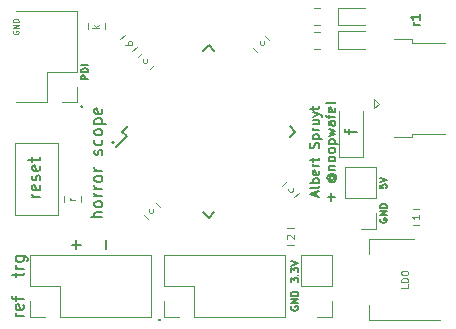
<source format=gbr>
G04 #@! TF.GenerationSoftware,KiCad,Pcbnew,5.0.0+dfsg1-2*
G04 #@! TF.CreationDate,2018-12-16T11:08:53+01:00*
G04 #@! TF.ProjectId,xmegatest,786D656761746573742E6B696361645F,rev?*
G04 #@! TF.SameCoordinates,Original*
G04 #@! TF.FileFunction,Legend,Top*
G04 #@! TF.FilePolarity,Positive*
%FSLAX46Y46*%
G04 Gerber Fmt 4.6, Leading zero omitted, Abs format (unit mm)*
G04 Created by KiCad (PCBNEW 5.0.0+dfsg1-2) date Sun Dec 16 11:08:53 2018*
%MOMM*%
%LPD*%
G01*
G04 APERTURE LIST*
%ADD10C,0.150000*%
%ADD11C,0.125000*%
%ADD12C,0.120000*%
G04 APERTURE END LIST*
D10*
X182084333Y-141883928D02*
X182084333Y-141502976D01*
X182312904Y-141960119D02*
X181512904Y-141693452D01*
X182312904Y-141426785D01*
X182312904Y-141045833D02*
X182274809Y-141122023D01*
X182198619Y-141160119D01*
X181512904Y-141160119D01*
X182312904Y-140741071D02*
X181512904Y-140741071D01*
X181817666Y-140741071D02*
X181779571Y-140664880D01*
X181779571Y-140512500D01*
X181817666Y-140436309D01*
X181855761Y-140398214D01*
X181931952Y-140360119D01*
X182160523Y-140360119D01*
X182236714Y-140398214D01*
X182274809Y-140436309D01*
X182312904Y-140512500D01*
X182312904Y-140664880D01*
X182274809Y-140741071D01*
X182274809Y-139712500D02*
X182312904Y-139788690D01*
X182312904Y-139941071D01*
X182274809Y-140017261D01*
X182198619Y-140055357D01*
X181893857Y-140055357D01*
X181817666Y-140017261D01*
X181779571Y-139941071D01*
X181779571Y-139788690D01*
X181817666Y-139712500D01*
X181893857Y-139674404D01*
X181970047Y-139674404D01*
X182046238Y-140055357D01*
X182312904Y-139331547D02*
X181779571Y-139331547D01*
X181931952Y-139331547D02*
X181855761Y-139293452D01*
X181817666Y-139255357D01*
X181779571Y-139179166D01*
X181779571Y-139102976D01*
X181779571Y-138950595D02*
X181779571Y-138645833D01*
X181512904Y-138836309D02*
X182198619Y-138836309D01*
X182274809Y-138798214D01*
X182312904Y-138722023D01*
X182312904Y-138645833D01*
X182274809Y-137807738D02*
X182312904Y-137693452D01*
X182312904Y-137502976D01*
X182274809Y-137426785D01*
X182236714Y-137388690D01*
X182160523Y-137350595D01*
X182084333Y-137350595D01*
X182008142Y-137388690D01*
X181970047Y-137426785D01*
X181931952Y-137502976D01*
X181893857Y-137655357D01*
X181855761Y-137731547D01*
X181817666Y-137769642D01*
X181741476Y-137807738D01*
X181665285Y-137807738D01*
X181589095Y-137769642D01*
X181551000Y-137731547D01*
X181512904Y-137655357D01*
X181512904Y-137464880D01*
X181551000Y-137350595D01*
X181779571Y-137007738D02*
X182579571Y-137007738D01*
X181817666Y-137007738D02*
X181779571Y-136931547D01*
X181779571Y-136779166D01*
X181817666Y-136702976D01*
X181855761Y-136664880D01*
X181931952Y-136626785D01*
X182160523Y-136626785D01*
X182236714Y-136664880D01*
X182274809Y-136702976D01*
X182312904Y-136779166D01*
X182312904Y-136931547D01*
X182274809Y-137007738D01*
X182312904Y-136283928D02*
X181779571Y-136283928D01*
X181931952Y-136283928D02*
X181855761Y-136245833D01*
X181817666Y-136207738D01*
X181779571Y-136131547D01*
X181779571Y-136055357D01*
X181779571Y-135445833D02*
X182312904Y-135445833D01*
X181779571Y-135788690D02*
X182198619Y-135788690D01*
X182274809Y-135750595D01*
X182312904Y-135674404D01*
X182312904Y-135560119D01*
X182274809Y-135483928D01*
X182236714Y-135445833D01*
X181779571Y-135141071D02*
X182312904Y-134950595D01*
X181779571Y-134760119D02*
X182312904Y-134950595D01*
X182503380Y-135026785D01*
X182541476Y-135064880D01*
X182579571Y-135141071D01*
X181779571Y-134569642D02*
X181779571Y-134264880D01*
X181512904Y-134455357D02*
X182198619Y-134455357D01*
X182274809Y-134417261D01*
X182312904Y-134341071D01*
X182312904Y-134264880D01*
X183358142Y-142245833D02*
X183358142Y-141636309D01*
X183662904Y-141941071D02*
X183053380Y-141941071D01*
X183281952Y-140150595D02*
X183243857Y-140188690D01*
X183205761Y-140264880D01*
X183205761Y-140341071D01*
X183243857Y-140417261D01*
X183281952Y-140455357D01*
X183358142Y-140493452D01*
X183434333Y-140493452D01*
X183510523Y-140455357D01*
X183548619Y-140417261D01*
X183586714Y-140341071D01*
X183586714Y-140264880D01*
X183548619Y-140188690D01*
X183510523Y-140150595D01*
X183205761Y-140150595D02*
X183510523Y-140150595D01*
X183548619Y-140112500D01*
X183548619Y-140074404D01*
X183510523Y-139998214D01*
X183434333Y-139960119D01*
X183243857Y-139960119D01*
X183129571Y-140036309D01*
X183053380Y-140150595D01*
X183015285Y-140302976D01*
X183053380Y-140455357D01*
X183129571Y-140569642D01*
X183243857Y-140645833D01*
X183396238Y-140683928D01*
X183548619Y-140645833D01*
X183662904Y-140569642D01*
X183739095Y-140455357D01*
X183777190Y-140302976D01*
X183739095Y-140150595D01*
X183662904Y-140036309D01*
X183129571Y-139617261D02*
X183662904Y-139617261D01*
X183205761Y-139617261D02*
X183167666Y-139579166D01*
X183129571Y-139502976D01*
X183129571Y-139388690D01*
X183167666Y-139312500D01*
X183243857Y-139274404D01*
X183662904Y-139274404D01*
X183662904Y-138779166D02*
X183624809Y-138855357D01*
X183586714Y-138893452D01*
X183510523Y-138931547D01*
X183281952Y-138931547D01*
X183205761Y-138893452D01*
X183167666Y-138855357D01*
X183129571Y-138779166D01*
X183129571Y-138664880D01*
X183167666Y-138588690D01*
X183205761Y-138550595D01*
X183281952Y-138512500D01*
X183510523Y-138512500D01*
X183586714Y-138550595D01*
X183624809Y-138588690D01*
X183662904Y-138664880D01*
X183662904Y-138779166D01*
X183662904Y-138055357D02*
X183624809Y-138131547D01*
X183586714Y-138169642D01*
X183510523Y-138207738D01*
X183281952Y-138207738D01*
X183205761Y-138169642D01*
X183167666Y-138131547D01*
X183129571Y-138055357D01*
X183129571Y-137941071D01*
X183167666Y-137864880D01*
X183205761Y-137826785D01*
X183281952Y-137788690D01*
X183510523Y-137788690D01*
X183586714Y-137826785D01*
X183624809Y-137864880D01*
X183662904Y-137941071D01*
X183662904Y-138055357D01*
X183129571Y-137445833D02*
X183929571Y-137445833D01*
X183167666Y-137445833D02*
X183129571Y-137369642D01*
X183129571Y-137217261D01*
X183167666Y-137141071D01*
X183205761Y-137102976D01*
X183281952Y-137064880D01*
X183510523Y-137064880D01*
X183586714Y-137102976D01*
X183624809Y-137141071D01*
X183662904Y-137217261D01*
X183662904Y-137369642D01*
X183624809Y-137445833D01*
X183129571Y-136798214D02*
X183662904Y-136645833D01*
X183281952Y-136493452D01*
X183662904Y-136341071D01*
X183129571Y-136188690D01*
X183662904Y-135541071D02*
X183243857Y-135541071D01*
X183167666Y-135579166D01*
X183129571Y-135655357D01*
X183129571Y-135807738D01*
X183167666Y-135883928D01*
X183624809Y-135541071D02*
X183662904Y-135617261D01*
X183662904Y-135807738D01*
X183624809Y-135883928D01*
X183548619Y-135922023D01*
X183472428Y-135922023D01*
X183396238Y-135883928D01*
X183358142Y-135807738D01*
X183358142Y-135617261D01*
X183320047Y-135541071D01*
X183129571Y-135274404D02*
X183129571Y-134969642D01*
X183662904Y-135160119D02*
X182977190Y-135160119D01*
X182901000Y-135122023D01*
X182862904Y-135045833D01*
X182862904Y-134969642D01*
X183624809Y-134398214D02*
X183662904Y-134474404D01*
X183662904Y-134626785D01*
X183624809Y-134702976D01*
X183548619Y-134741071D01*
X183243857Y-134741071D01*
X183167666Y-134702976D01*
X183129571Y-134626785D01*
X183129571Y-134474404D01*
X183167666Y-134398214D01*
X183243857Y-134360119D01*
X183320047Y-134360119D01*
X183396238Y-134741071D01*
X183662904Y-133902976D02*
X183624809Y-133979166D01*
X183548619Y-134017261D01*
X182862904Y-134017261D01*
X163964880Y-143660238D02*
X162964880Y-143660238D01*
X163964880Y-143231666D02*
X163441071Y-143231666D01*
X163345833Y-143279285D01*
X163298214Y-143374523D01*
X163298214Y-143517380D01*
X163345833Y-143612619D01*
X163393452Y-143660238D01*
X163964880Y-142612619D02*
X163917261Y-142707857D01*
X163869642Y-142755476D01*
X163774404Y-142803095D01*
X163488690Y-142803095D01*
X163393452Y-142755476D01*
X163345833Y-142707857D01*
X163298214Y-142612619D01*
X163298214Y-142469761D01*
X163345833Y-142374523D01*
X163393452Y-142326904D01*
X163488690Y-142279285D01*
X163774404Y-142279285D01*
X163869642Y-142326904D01*
X163917261Y-142374523D01*
X163964880Y-142469761D01*
X163964880Y-142612619D01*
X163964880Y-141850714D02*
X163298214Y-141850714D01*
X163488690Y-141850714D02*
X163393452Y-141803095D01*
X163345833Y-141755476D01*
X163298214Y-141660238D01*
X163298214Y-141565000D01*
X163964880Y-141231666D02*
X163298214Y-141231666D01*
X163488690Y-141231666D02*
X163393452Y-141184047D01*
X163345833Y-141136428D01*
X163298214Y-141041190D01*
X163298214Y-140945952D01*
X163964880Y-140469761D02*
X163917261Y-140565000D01*
X163869642Y-140612619D01*
X163774404Y-140660238D01*
X163488690Y-140660238D01*
X163393452Y-140612619D01*
X163345833Y-140565000D01*
X163298214Y-140469761D01*
X163298214Y-140326904D01*
X163345833Y-140231666D01*
X163393452Y-140184047D01*
X163488690Y-140136428D01*
X163774404Y-140136428D01*
X163869642Y-140184047D01*
X163917261Y-140231666D01*
X163964880Y-140326904D01*
X163964880Y-140469761D01*
X163964880Y-139707857D02*
X163298214Y-139707857D01*
X163488690Y-139707857D02*
X163393452Y-139660238D01*
X163345833Y-139612619D01*
X163298214Y-139517380D01*
X163298214Y-139422142D01*
X163917261Y-138374523D02*
X163964880Y-138279285D01*
X163964880Y-138088809D01*
X163917261Y-137993571D01*
X163822023Y-137945952D01*
X163774404Y-137945952D01*
X163679166Y-137993571D01*
X163631547Y-138088809D01*
X163631547Y-138231666D01*
X163583928Y-138326904D01*
X163488690Y-138374523D01*
X163441071Y-138374523D01*
X163345833Y-138326904D01*
X163298214Y-138231666D01*
X163298214Y-138088809D01*
X163345833Y-137993571D01*
X163917261Y-137088809D02*
X163964880Y-137184047D01*
X163964880Y-137374523D01*
X163917261Y-137469761D01*
X163869642Y-137517380D01*
X163774404Y-137565000D01*
X163488690Y-137565000D01*
X163393452Y-137517380D01*
X163345833Y-137469761D01*
X163298214Y-137374523D01*
X163298214Y-137184047D01*
X163345833Y-137088809D01*
X163964880Y-136517380D02*
X163917261Y-136612619D01*
X163869642Y-136660238D01*
X163774404Y-136707857D01*
X163488690Y-136707857D01*
X163393452Y-136660238D01*
X163345833Y-136612619D01*
X163298214Y-136517380D01*
X163298214Y-136374523D01*
X163345833Y-136279285D01*
X163393452Y-136231666D01*
X163488690Y-136184047D01*
X163774404Y-136184047D01*
X163869642Y-136231666D01*
X163917261Y-136279285D01*
X163964880Y-136374523D01*
X163964880Y-136517380D01*
X163298214Y-135755476D02*
X164298214Y-135755476D01*
X163345833Y-135755476D02*
X163298214Y-135660238D01*
X163298214Y-135469761D01*
X163345833Y-135374523D01*
X163393452Y-135326904D01*
X163488690Y-135279285D01*
X163774404Y-135279285D01*
X163869642Y-135326904D01*
X163917261Y-135374523D01*
X163964880Y-135469761D01*
X163964880Y-135660238D01*
X163917261Y-135755476D01*
X163917261Y-134469761D02*
X163964880Y-134565000D01*
X163964880Y-134755476D01*
X163917261Y-134850714D01*
X163822023Y-134898333D01*
X163441071Y-134898333D01*
X163345833Y-134850714D01*
X163298214Y-134755476D01*
X163298214Y-134565000D01*
X163345833Y-134469761D01*
X163441071Y-134422142D01*
X163536309Y-134422142D01*
X163631547Y-134898333D01*
X190861904Y-127374595D02*
X190328571Y-127374595D01*
X190480952Y-127374595D02*
X190404761Y-127336500D01*
X190366666Y-127298404D01*
X190328571Y-127222214D01*
X190328571Y-127146023D01*
X190861904Y-126460309D02*
X190861904Y-126917452D01*
X190861904Y-126688880D02*
X190061904Y-126688880D01*
X190176190Y-126765071D01*
X190252380Y-126841261D01*
X190290476Y-126917452D01*
D11*
X156404500Y-127888952D02*
X156380690Y-127936571D01*
X156380690Y-128008000D01*
X156404500Y-128079428D01*
X156452119Y-128127047D01*
X156499738Y-128150857D01*
X156594976Y-128174666D01*
X156666404Y-128174666D01*
X156761642Y-128150857D01*
X156809261Y-128127047D01*
X156856880Y-128079428D01*
X156880690Y-128008000D01*
X156880690Y-127960380D01*
X156856880Y-127888952D01*
X156833071Y-127865142D01*
X156666404Y-127865142D01*
X156666404Y-127960380D01*
X156880690Y-127650857D02*
X156380690Y-127650857D01*
X156880690Y-127365142D01*
X156380690Y-127365142D01*
X156880690Y-127127047D02*
X156380690Y-127127047D01*
X156380690Y-127008000D01*
X156404500Y-126936571D01*
X156452119Y-126888952D01*
X156499738Y-126865142D01*
X156594976Y-126841333D01*
X156666404Y-126841333D01*
X156761642Y-126865142D01*
X156809261Y-126888952D01*
X156856880Y-126936571D01*
X156880690Y-127008000D01*
X156880690Y-127127047D01*
D10*
X162767928Y-131981500D02*
X162167928Y-131981500D01*
X162167928Y-131752928D01*
X162196500Y-131695785D01*
X162225071Y-131667214D01*
X162282214Y-131638642D01*
X162367928Y-131638642D01*
X162425071Y-131667214D01*
X162453642Y-131695785D01*
X162482214Y-131752928D01*
X162482214Y-131981500D01*
X162767928Y-131381500D02*
X162167928Y-131381500D01*
X162167928Y-131238642D01*
X162196500Y-131152928D01*
X162253642Y-131095785D01*
X162310785Y-131067214D01*
X162425071Y-131038642D01*
X162510785Y-131038642D01*
X162625071Y-131067214D01*
X162682214Y-131095785D01*
X162739357Y-131152928D01*
X162767928Y-131238642D01*
X162767928Y-131381500D01*
X162767928Y-130781500D02*
X162167928Y-130781500D01*
D11*
X189882428Y-149336071D02*
X189882428Y-149621785D01*
X189282428Y-149621785D01*
X189882428Y-149136071D02*
X189282428Y-149136071D01*
X189282428Y-148993214D01*
X189311000Y-148907500D01*
X189368142Y-148850357D01*
X189425285Y-148821785D01*
X189539571Y-148793214D01*
X189625285Y-148793214D01*
X189739571Y-148821785D01*
X189796714Y-148850357D01*
X189853857Y-148907500D01*
X189882428Y-148993214D01*
X189882428Y-149136071D01*
X189282428Y-148421785D02*
X189282428Y-148307500D01*
X189311000Y-148250357D01*
X189368142Y-148193214D01*
X189482428Y-148164642D01*
X189682428Y-148164642D01*
X189796714Y-148193214D01*
X189853857Y-148250357D01*
X189882428Y-148307500D01*
X189882428Y-148421785D01*
X189853857Y-148478928D01*
X189796714Y-148536071D01*
X189682428Y-148564642D01*
X189482428Y-148564642D01*
X189368142Y-148536071D01*
X189311000Y-148478928D01*
X189282428Y-148421785D01*
X163656928Y-127608000D02*
X163056928Y-127608000D01*
X163428357Y-127550857D02*
X163656928Y-127379428D01*
X163256928Y-127379428D02*
X163485500Y-127608000D01*
X161624928Y-142155857D02*
X161224928Y-142155857D01*
X161339214Y-142155857D02*
X161282071Y-142127285D01*
X161253500Y-142098714D01*
X161224928Y-142041571D01*
X161224928Y-141984428D01*
X179624071Y-145459428D02*
X179595500Y-145430857D01*
X179566928Y-145373714D01*
X179566928Y-145230857D01*
X179595500Y-145173714D01*
X179624071Y-145145142D01*
X179681214Y-145116571D01*
X179738357Y-145116571D01*
X179824071Y-145145142D01*
X180166928Y-145488000D01*
X180166928Y-145116571D01*
X190771428Y-143465571D02*
X190771428Y-143808428D01*
X190771428Y-143637000D02*
X190171428Y-143637000D01*
X190257142Y-143694142D01*
X190314285Y-143751285D01*
X190342857Y-143808428D01*
D10*
X187469500Y-143776642D02*
X187440928Y-143833785D01*
X187440928Y-143919500D01*
X187469500Y-144005214D01*
X187526642Y-144062357D01*
X187583785Y-144090928D01*
X187698071Y-144119500D01*
X187783785Y-144119500D01*
X187898071Y-144090928D01*
X187955214Y-144062357D01*
X188012357Y-144005214D01*
X188040928Y-143919500D01*
X188040928Y-143862357D01*
X188012357Y-143776642D01*
X187983785Y-143748071D01*
X187783785Y-143748071D01*
X187783785Y-143862357D01*
X188040928Y-143490928D02*
X187440928Y-143490928D01*
X188040928Y-143148071D01*
X187440928Y-143148071D01*
X188040928Y-142862357D02*
X187440928Y-142862357D01*
X187440928Y-142719500D01*
X187469500Y-142633785D01*
X187526642Y-142576642D01*
X187583785Y-142548071D01*
X187698071Y-142519500D01*
X187783785Y-142519500D01*
X187898071Y-142548071D01*
X187955214Y-142576642D01*
X188012357Y-142633785D01*
X188040928Y-142719500D01*
X188040928Y-142862357D01*
X187440928Y-140893785D02*
X187440928Y-141179500D01*
X187726642Y-141208071D01*
X187698071Y-141179500D01*
X187669500Y-141122357D01*
X187669500Y-140979500D01*
X187698071Y-140922357D01*
X187726642Y-140893785D01*
X187783785Y-140865214D01*
X187926642Y-140865214D01*
X187983785Y-140893785D01*
X188012357Y-140922357D01*
X188040928Y-140979500D01*
X188040928Y-141122357D01*
X188012357Y-141179500D01*
X187983785Y-141208071D01*
X187440928Y-140693785D02*
X188040928Y-140493785D01*
X187440928Y-140293785D01*
D11*
X167755857Y-130286142D02*
X167784428Y-130343285D01*
X167784428Y-130457571D01*
X167755857Y-130514714D01*
X167727285Y-130543285D01*
X167670142Y-130571857D01*
X167498714Y-130571857D01*
X167441571Y-130543285D01*
X167413000Y-130514714D01*
X167384428Y-130457571D01*
X167384428Y-130343285D01*
X167413000Y-130286142D01*
X168263857Y-142986142D02*
X168292428Y-143043285D01*
X168292428Y-143157571D01*
X168263857Y-143214714D01*
X168235285Y-143243285D01*
X168178142Y-143271857D01*
X168006714Y-143271857D01*
X167949571Y-143243285D01*
X167921000Y-143214714D01*
X167892428Y-143157571D01*
X167892428Y-143043285D01*
X167921000Y-142986142D01*
X180074857Y-141208142D02*
X180103428Y-141265285D01*
X180103428Y-141379571D01*
X180074857Y-141436714D01*
X180046285Y-141465285D01*
X179989142Y-141493857D01*
X179817714Y-141493857D01*
X179760571Y-141465285D01*
X179732000Y-141436714D01*
X179703428Y-141379571D01*
X179703428Y-141265285D01*
X179732000Y-141208142D01*
X177661857Y-128762142D02*
X177690428Y-128819285D01*
X177690428Y-128933571D01*
X177661857Y-128990714D01*
X177633285Y-129019285D01*
X177576142Y-129047857D01*
X177404714Y-129047857D01*
X177347571Y-129019285D01*
X177319000Y-128990714D01*
X177290428Y-128933571D01*
X177290428Y-128819285D01*
X177319000Y-128762142D01*
X166514428Y-129033571D02*
X165914428Y-129033571D01*
X166143000Y-129033571D02*
X166114428Y-128976428D01*
X166114428Y-128862142D01*
X166143000Y-128805000D01*
X166171571Y-128776428D01*
X166228714Y-128747857D01*
X166400142Y-128747857D01*
X166457285Y-128776428D01*
X166485857Y-128805000D01*
X166514428Y-128862142D01*
X166514428Y-128976428D01*
X166485857Y-129033571D01*
D10*
X164822142Y-137287000D02*
X164869761Y-137239380D01*
X164917380Y-137287000D01*
X164869761Y-137334619D01*
X164822142Y-137287000D01*
X164917380Y-137287000D01*
X168878285Y-152336500D02*
X168840190Y-152374595D01*
X168802095Y-152336500D01*
X168840190Y-152298404D01*
X168878285Y-152336500D01*
X168802095Y-152336500D01*
X179947928Y-149158214D02*
X179947928Y-148786785D01*
X180176500Y-148986785D01*
X180176500Y-148901071D01*
X180205071Y-148843928D01*
X180233642Y-148815357D01*
X180290785Y-148786785D01*
X180433642Y-148786785D01*
X180490785Y-148815357D01*
X180519357Y-148843928D01*
X180547928Y-148901071D01*
X180547928Y-149072500D01*
X180519357Y-149129642D01*
X180490785Y-149158214D01*
X180490785Y-148529642D02*
X180519357Y-148501071D01*
X180547928Y-148529642D01*
X180519357Y-148558214D01*
X180490785Y-148529642D01*
X180547928Y-148529642D01*
X179947928Y-148301071D02*
X179947928Y-147929642D01*
X180176500Y-148129642D01*
X180176500Y-148043928D01*
X180205071Y-147986785D01*
X180233642Y-147958214D01*
X180290785Y-147929642D01*
X180433642Y-147929642D01*
X180490785Y-147958214D01*
X180519357Y-147986785D01*
X180547928Y-148043928D01*
X180547928Y-148215357D01*
X180519357Y-148272500D01*
X180490785Y-148301071D01*
X179947928Y-147758214D02*
X180547928Y-147558214D01*
X179947928Y-147358214D01*
X158694380Y-141954047D02*
X158027714Y-141954047D01*
X158218190Y-141954047D02*
X158122952Y-141906428D01*
X158075333Y-141858809D01*
X158027714Y-141763571D01*
X158027714Y-141668333D01*
X158646761Y-140954047D02*
X158694380Y-141049285D01*
X158694380Y-141239761D01*
X158646761Y-141335000D01*
X158551523Y-141382619D01*
X158170571Y-141382619D01*
X158075333Y-141335000D01*
X158027714Y-141239761D01*
X158027714Y-141049285D01*
X158075333Y-140954047D01*
X158170571Y-140906428D01*
X158265809Y-140906428D01*
X158361047Y-141382619D01*
X158646761Y-140525476D02*
X158694380Y-140430238D01*
X158694380Y-140239761D01*
X158646761Y-140144523D01*
X158551523Y-140096904D01*
X158503904Y-140096904D01*
X158408666Y-140144523D01*
X158361047Y-140239761D01*
X158361047Y-140382619D01*
X158313428Y-140477857D01*
X158218190Y-140525476D01*
X158170571Y-140525476D01*
X158075333Y-140477857D01*
X158027714Y-140382619D01*
X158027714Y-140239761D01*
X158075333Y-140144523D01*
X158646761Y-139287380D02*
X158694380Y-139382619D01*
X158694380Y-139573095D01*
X158646761Y-139668333D01*
X158551523Y-139715952D01*
X158170571Y-139715952D01*
X158075333Y-139668333D01*
X158027714Y-139573095D01*
X158027714Y-139382619D01*
X158075333Y-139287380D01*
X158170571Y-139239761D01*
X158265809Y-139239761D01*
X158361047Y-139715952D01*
X158027714Y-138954047D02*
X158027714Y-138573095D01*
X157694380Y-138811190D02*
X158551523Y-138811190D01*
X158646761Y-138763571D01*
X158694380Y-138668333D01*
X158694380Y-138573095D01*
X184824714Y-136588476D02*
X184824714Y-136207523D01*
X185491380Y-136445619D02*
X184634238Y-136445619D01*
X184539000Y-136398000D01*
X184491380Y-136302761D01*
X184491380Y-136207523D01*
X162155142Y-134239000D02*
X162202761Y-134191380D01*
X162250380Y-134239000D01*
X162202761Y-134286619D01*
X162155142Y-134239000D01*
X162250380Y-134239000D01*
X179976500Y-151206142D02*
X179947928Y-151263285D01*
X179947928Y-151349000D01*
X179976500Y-151434714D01*
X180033642Y-151491857D01*
X180090785Y-151520428D01*
X180205071Y-151549000D01*
X180290785Y-151549000D01*
X180405071Y-151520428D01*
X180462214Y-151491857D01*
X180519357Y-151434714D01*
X180547928Y-151349000D01*
X180547928Y-151291857D01*
X180519357Y-151206142D01*
X180490785Y-151177571D01*
X180290785Y-151177571D01*
X180290785Y-151291857D01*
X180547928Y-150920428D02*
X179947928Y-150920428D01*
X180547928Y-150577571D01*
X179947928Y-150577571D01*
X180547928Y-150291857D02*
X179947928Y-150291857D01*
X179947928Y-150149000D01*
X179976500Y-150063285D01*
X180033642Y-150006142D01*
X180090785Y-149977571D01*
X180205071Y-149949000D01*
X180290785Y-149949000D01*
X180405071Y-149977571D01*
X180462214Y-150006142D01*
X180519357Y-150063285D01*
X180547928Y-150149000D01*
X180547928Y-150291857D01*
X157297380Y-152042714D02*
X156630714Y-152042714D01*
X156821190Y-152042714D02*
X156725952Y-151995095D01*
X156678333Y-151947476D01*
X156630714Y-151852238D01*
X156630714Y-151757000D01*
X157249761Y-151042714D02*
X157297380Y-151137952D01*
X157297380Y-151328428D01*
X157249761Y-151423666D01*
X157154523Y-151471285D01*
X156773571Y-151471285D01*
X156678333Y-151423666D01*
X156630714Y-151328428D01*
X156630714Y-151137952D01*
X156678333Y-151042714D01*
X156773571Y-150995095D01*
X156868809Y-150995095D01*
X156964047Y-151471285D01*
X156630714Y-150709380D02*
X156630714Y-150328428D01*
X157297380Y-150566523D02*
X156440238Y-150566523D01*
X156345000Y-150518904D01*
X156297380Y-150423666D01*
X156297380Y-150328428D01*
X164282428Y-146367452D02*
X164282428Y-145605547D01*
X161742428Y-146367452D02*
X161742428Y-145605547D01*
X162123380Y-145986500D02*
X161361476Y-145986500D01*
X156630714Y-148716880D02*
X156630714Y-148335928D01*
X156297380Y-148574023D02*
X157154523Y-148574023D01*
X157249761Y-148526404D01*
X157297380Y-148431166D01*
X157297380Y-148335928D01*
X157297380Y-148002595D02*
X156630714Y-148002595D01*
X156821190Y-148002595D02*
X156725952Y-147954976D01*
X156678333Y-147907357D01*
X156630714Y-147812119D01*
X156630714Y-147716880D01*
X156630714Y-146954976D02*
X157440238Y-146954976D01*
X157535476Y-147002595D01*
X157583095Y-147050214D01*
X157630714Y-147145452D01*
X157630714Y-147288309D01*
X157583095Y-147383547D01*
X157249761Y-146954976D02*
X157297380Y-147050214D01*
X157297380Y-147240690D01*
X157249761Y-147335928D01*
X157202142Y-147383547D01*
X157106904Y-147431166D01*
X156821190Y-147431166D01*
X156725952Y-147383547D01*
X156678333Y-147335928D01*
X156630714Y-147240690D01*
X156630714Y-147050214D01*
X156678333Y-146954976D01*
D12*
G04 #@! TO.C,J2*
X187381000Y-134040000D02*
X186931000Y-134440000D01*
X186931000Y-134440000D02*
X186931000Y-133640000D01*
X186931000Y-133640000D02*
X187381000Y-134040000D01*
X192981000Y-128890000D02*
X190181000Y-128890000D01*
X190181000Y-128890000D02*
X190181000Y-128590000D01*
X190181000Y-128590000D02*
X188631000Y-128590000D01*
X192981000Y-136590000D02*
X190181000Y-136590000D01*
X190181000Y-136890000D02*
X190181000Y-136590000D01*
X190181000Y-136890000D02*
X188631000Y-136890000D01*
G04 #@! TO.C,J5*
X157801000Y-152079000D02*
X157801000Y-150749000D01*
X159131000Y-152079000D02*
X157801000Y-152079000D01*
X157801000Y-149479000D02*
X157801000Y-146879000D01*
X160401000Y-149479000D02*
X157801000Y-149479000D01*
X160401000Y-152079000D02*
X160401000Y-149479000D01*
X157801000Y-146879000D02*
X168081000Y-146879000D01*
X160401000Y-152079000D02*
X168081000Y-152079000D01*
X168081000Y-152079000D02*
X168081000Y-146879000D01*
G04 #@! TO.C,J1*
X161858000Y-126178000D02*
X156658000Y-126178000D01*
X161858000Y-131318000D02*
X161858000Y-126178000D01*
X161858000Y-131318000D02*
X159258000Y-131318000D01*
X159258000Y-131318000D02*
X159258000Y-133918000D01*
X159258000Y-133918000D02*
X156658000Y-133918000D01*
X161858000Y-132588000D02*
X161858000Y-133918000D01*
X161858000Y-133918000D02*
X160528000Y-133918000D01*
G04 #@! TO.C,RLED2*
X181859422Y-128004500D02*
X182376578Y-128004500D01*
X181859422Y-129424500D02*
X182376578Y-129424500D01*
G04 #@! TO.C,LED1*
X186220000Y-125947500D02*
X183935000Y-125947500D01*
X183935000Y-125947500D02*
X183935000Y-127417500D01*
X183935000Y-127417500D02*
X186220000Y-127417500D01*
G04 #@! TO.C,C4*
X180154078Y-144578000D02*
X179636922Y-144578000D01*
X180154078Y-145998000D02*
X179636922Y-145998000D01*
G04 #@! TO.C,C2*
X190758578Y-142927000D02*
X190241422Y-142927000D01*
X190758578Y-144347000D02*
X190241422Y-144347000D01*
D10*
G04 #@! TO.C,U2*
X165655445Y-136398000D02*
X166062031Y-136804586D01*
X172974000Y-129079445D02*
X173451297Y-129556742D01*
X180292555Y-136398000D02*
X179815258Y-135920703D01*
X172974000Y-143716555D02*
X172496703Y-143239258D01*
X165655445Y-136398000D02*
X166132742Y-135920703D01*
X172974000Y-143716555D02*
X173451297Y-143239258D01*
X180292555Y-136398000D02*
X179815258Y-136875297D01*
X172974000Y-129079445D02*
X172496703Y-129556742D01*
X166062031Y-136804586D02*
X165160470Y-137706148D01*
D12*
G04 #@! TO.C,U1*
X186558000Y-145497500D02*
X186558000Y-146757500D01*
X186558000Y-152317500D02*
X186558000Y-151057500D01*
X190318000Y-145497500D02*
X186558000Y-145497500D01*
X192568000Y-152317500D02*
X186558000Y-152317500D01*
G04 #@! TO.C,J7*
X169167500Y-152079000D02*
X169167500Y-150749000D01*
X170497500Y-152079000D02*
X169167500Y-152079000D01*
X169167500Y-149479000D02*
X169167500Y-146879000D01*
X171767500Y-149479000D02*
X169167500Y-149479000D01*
X171767500Y-152079000D02*
X171767500Y-149479000D01*
X169167500Y-146879000D02*
X179447500Y-146879000D01*
X171767500Y-152079000D02*
X179447500Y-152079000D01*
X179447500Y-152079000D02*
X179447500Y-146879000D01*
G04 #@! TO.C,JP1*
X183448000Y-152079000D02*
X182118000Y-152079000D01*
X183448000Y-150749000D02*
X183448000Y-152079000D01*
X183448000Y-149479000D02*
X180788000Y-149479000D01*
X180788000Y-149479000D02*
X180788000Y-146879000D01*
X183448000Y-149479000D02*
X183448000Y-146879000D01*
X183448000Y-146879000D02*
X180788000Y-146879000D01*
G04 #@! TO.C,SW1*
X156559000Y-143458500D02*
X156559000Y-137338500D01*
X156559000Y-137338500D02*
X160179000Y-137338500D01*
X160179000Y-137338500D02*
X160179000Y-143458500D01*
X160179000Y-143458500D02*
X156559000Y-143458500D01*
G04 #@! TO.C,C5*
X179210612Y-140968296D02*
X179576296Y-140602612D01*
X180214704Y-141972388D02*
X180580388Y-141606704D01*
G04 #@! TO.C,C6*
X178075975Y-128684883D02*
X177710291Y-128319199D01*
X177071883Y-129688975D02*
X176706199Y-129323291D01*
G04 #@! TO.C,C7*
X168324888Y-130748204D02*
X167959204Y-131113888D01*
X167320796Y-129744112D02*
X166955112Y-130109796D01*
G04 #@! TO.C,C11*
X167463112Y-143448204D02*
X167828796Y-143813888D01*
X168467204Y-142444112D02*
X168832888Y-142809796D01*
G04 #@! TO.C,F1*
X184039000Y-138521000D02*
X186039000Y-138521000D01*
X186039000Y-138521000D02*
X186039000Y-134621000D01*
X184039000Y-138521000D02*
X184039000Y-134621000D01*
G04 #@! TO.C,L1*
X165494612Y-128585796D02*
X165860296Y-128220112D01*
X166498704Y-129589888D02*
X166864388Y-129224204D01*
G04 #@! TO.C,R1*
X164159000Y-127703078D02*
X164159000Y-127185922D01*
X162739000Y-127703078D02*
X162739000Y-127185922D01*
G04 #@! TO.C,R2*
X162127000Y-141854422D02*
X162127000Y-142371578D01*
X160707000Y-141854422D02*
X160707000Y-142371578D01*
G04 #@! TO.C,REF\002A\002A*
X187175300Y-144608151D02*
X185845300Y-144608151D01*
X187175300Y-143278151D02*
X187175300Y-144608151D01*
X187175300Y-142008151D02*
X184515300Y-142008151D01*
X184515300Y-142008151D02*
X184515300Y-139408151D01*
X187175300Y-142008151D02*
X187175300Y-139408151D01*
X187175300Y-139408151D02*
X184515300Y-139408151D01*
G04 #@! TO.C,LED2*
X183935000Y-129386000D02*
X186220000Y-129386000D01*
X183935000Y-127916000D02*
X183935000Y-129386000D01*
X186220000Y-127916000D02*
X183935000Y-127916000D01*
G04 #@! TO.C,RLED1*
X181859422Y-127392500D02*
X182376578Y-127392500D01*
X181859422Y-125972500D02*
X182376578Y-125972500D01*
G04 #@! TD*
M02*

</source>
